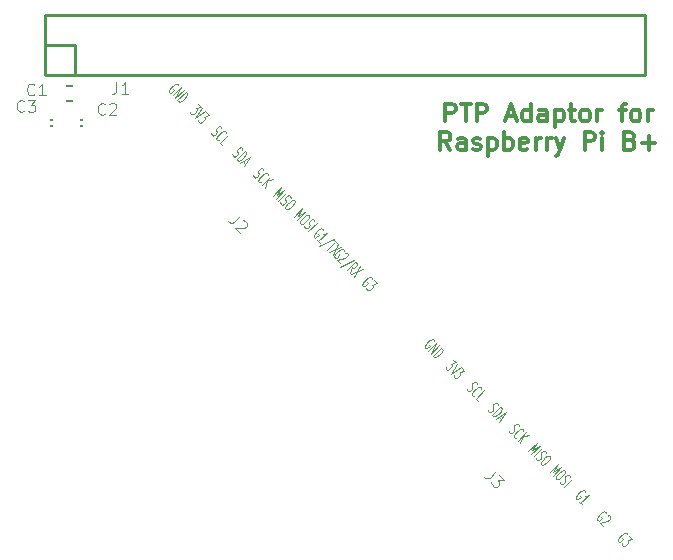
<source format=gto>
%FSLAX46Y46*%
G04 Gerber Fmt 4.6, Leading zero omitted, Abs format (unit mm)*
G04 Created by KiCad (PCBNEW (2014-08-29 BZR 5106)-product) date Fri 05 Sep 2014 06:56:24 PM PDT*
%MOMM*%
G01*
G04 APERTURE LIST*
%ADD10C,0.100000*%
%ADD11C,0.300000*%
%ADD12C,0.127000*%
%ADD13C,0.254000*%
%ADD14C,6.352400*%
%ADD15R,1.452880X1.651000*%
%ADD16R,0.952500X0.850900*%
%ADD17R,1.879600X1.879600*%
%ADD18O,1.879600X1.879600*%
%ADD19C,1.676400*%
G04 APERTURE END LIST*
D10*
D11*
X135466429Y-86473571D02*
X135466429Y-84973571D01*
X136037857Y-84973571D01*
X136180715Y-85045000D01*
X136252143Y-85116429D01*
X136323572Y-85259286D01*
X136323572Y-85473571D01*
X136252143Y-85616429D01*
X136180715Y-85687857D01*
X136037857Y-85759286D01*
X135466429Y-85759286D01*
X136752143Y-84973571D02*
X137609286Y-84973571D01*
X137180715Y-86473571D02*
X137180715Y-84973571D01*
X138109286Y-86473571D02*
X138109286Y-84973571D01*
X138680714Y-84973571D01*
X138823572Y-85045000D01*
X138895000Y-85116429D01*
X138966429Y-85259286D01*
X138966429Y-85473571D01*
X138895000Y-85616429D01*
X138823572Y-85687857D01*
X138680714Y-85759286D01*
X138109286Y-85759286D01*
X140680714Y-86045000D02*
X141395000Y-86045000D01*
X140537857Y-86473571D02*
X141037857Y-84973571D01*
X141537857Y-86473571D01*
X142680714Y-86473571D02*
X142680714Y-84973571D01*
X142680714Y-86402143D02*
X142537857Y-86473571D01*
X142252143Y-86473571D01*
X142109285Y-86402143D01*
X142037857Y-86330714D01*
X141966428Y-86187857D01*
X141966428Y-85759286D01*
X142037857Y-85616429D01*
X142109285Y-85545000D01*
X142252143Y-85473571D01*
X142537857Y-85473571D01*
X142680714Y-85545000D01*
X144037857Y-86473571D02*
X144037857Y-85687857D01*
X143966428Y-85545000D01*
X143823571Y-85473571D01*
X143537857Y-85473571D01*
X143395000Y-85545000D01*
X144037857Y-86402143D02*
X143895000Y-86473571D01*
X143537857Y-86473571D01*
X143395000Y-86402143D01*
X143323571Y-86259286D01*
X143323571Y-86116429D01*
X143395000Y-85973571D01*
X143537857Y-85902143D01*
X143895000Y-85902143D01*
X144037857Y-85830714D01*
X144752143Y-85473571D02*
X144752143Y-86973571D01*
X144752143Y-85545000D02*
X144895000Y-85473571D01*
X145180714Y-85473571D01*
X145323571Y-85545000D01*
X145395000Y-85616429D01*
X145466429Y-85759286D01*
X145466429Y-86187857D01*
X145395000Y-86330714D01*
X145323571Y-86402143D01*
X145180714Y-86473571D01*
X144895000Y-86473571D01*
X144752143Y-86402143D01*
X145895000Y-85473571D02*
X146466429Y-85473571D01*
X146109286Y-84973571D02*
X146109286Y-86259286D01*
X146180714Y-86402143D01*
X146323572Y-86473571D01*
X146466429Y-86473571D01*
X147180715Y-86473571D02*
X147037857Y-86402143D01*
X146966429Y-86330714D01*
X146895000Y-86187857D01*
X146895000Y-85759286D01*
X146966429Y-85616429D01*
X147037857Y-85545000D01*
X147180715Y-85473571D01*
X147395000Y-85473571D01*
X147537857Y-85545000D01*
X147609286Y-85616429D01*
X147680715Y-85759286D01*
X147680715Y-86187857D01*
X147609286Y-86330714D01*
X147537857Y-86402143D01*
X147395000Y-86473571D01*
X147180715Y-86473571D01*
X148323572Y-86473571D02*
X148323572Y-85473571D01*
X148323572Y-85759286D02*
X148395000Y-85616429D01*
X148466429Y-85545000D01*
X148609286Y-85473571D01*
X148752143Y-85473571D01*
X150180714Y-85473571D02*
X150752143Y-85473571D01*
X150395000Y-86473571D02*
X150395000Y-85187857D01*
X150466428Y-85045000D01*
X150609286Y-84973571D01*
X150752143Y-84973571D01*
X151466429Y-86473571D02*
X151323571Y-86402143D01*
X151252143Y-86330714D01*
X151180714Y-86187857D01*
X151180714Y-85759286D01*
X151252143Y-85616429D01*
X151323571Y-85545000D01*
X151466429Y-85473571D01*
X151680714Y-85473571D01*
X151823571Y-85545000D01*
X151895000Y-85616429D01*
X151966429Y-85759286D01*
X151966429Y-86187857D01*
X151895000Y-86330714D01*
X151823571Y-86402143D01*
X151680714Y-86473571D01*
X151466429Y-86473571D01*
X152609286Y-86473571D02*
X152609286Y-85473571D01*
X152609286Y-85759286D02*
X152680714Y-85616429D01*
X152752143Y-85545000D01*
X152895000Y-85473571D01*
X153037857Y-85473571D01*
X135895001Y-88873571D02*
X135395001Y-88159286D01*
X135037858Y-88873571D02*
X135037858Y-87373571D01*
X135609286Y-87373571D01*
X135752144Y-87445000D01*
X135823572Y-87516429D01*
X135895001Y-87659286D01*
X135895001Y-87873571D01*
X135823572Y-88016429D01*
X135752144Y-88087857D01*
X135609286Y-88159286D01*
X135037858Y-88159286D01*
X137180715Y-88873571D02*
X137180715Y-88087857D01*
X137109286Y-87945000D01*
X136966429Y-87873571D01*
X136680715Y-87873571D01*
X136537858Y-87945000D01*
X137180715Y-88802143D02*
X137037858Y-88873571D01*
X136680715Y-88873571D01*
X136537858Y-88802143D01*
X136466429Y-88659286D01*
X136466429Y-88516429D01*
X136537858Y-88373571D01*
X136680715Y-88302143D01*
X137037858Y-88302143D01*
X137180715Y-88230714D01*
X137823572Y-88802143D02*
X137966429Y-88873571D01*
X138252144Y-88873571D01*
X138395001Y-88802143D01*
X138466429Y-88659286D01*
X138466429Y-88587857D01*
X138395001Y-88445000D01*
X138252144Y-88373571D01*
X138037858Y-88373571D01*
X137895001Y-88302143D01*
X137823572Y-88159286D01*
X137823572Y-88087857D01*
X137895001Y-87945000D01*
X138037858Y-87873571D01*
X138252144Y-87873571D01*
X138395001Y-87945000D01*
X139109287Y-87873571D02*
X139109287Y-89373571D01*
X139109287Y-87945000D02*
X139252144Y-87873571D01*
X139537858Y-87873571D01*
X139680715Y-87945000D01*
X139752144Y-88016429D01*
X139823573Y-88159286D01*
X139823573Y-88587857D01*
X139752144Y-88730714D01*
X139680715Y-88802143D01*
X139537858Y-88873571D01*
X139252144Y-88873571D01*
X139109287Y-88802143D01*
X140466430Y-88873571D02*
X140466430Y-87373571D01*
X140466430Y-87945000D02*
X140609287Y-87873571D01*
X140895001Y-87873571D01*
X141037858Y-87945000D01*
X141109287Y-88016429D01*
X141180716Y-88159286D01*
X141180716Y-88587857D01*
X141109287Y-88730714D01*
X141037858Y-88802143D01*
X140895001Y-88873571D01*
X140609287Y-88873571D01*
X140466430Y-88802143D01*
X142395001Y-88802143D02*
X142252144Y-88873571D01*
X141966430Y-88873571D01*
X141823573Y-88802143D01*
X141752144Y-88659286D01*
X141752144Y-88087857D01*
X141823573Y-87945000D01*
X141966430Y-87873571D01*
X142252144Y-87873571D01*
X142395001Y-87945000D01*
X142466430Y-88087857D01*
X142466430Y-88230714D01*
X141752144Y-88373571D01*
X143109287Y-88873571D02*
X143109287Y-87873571D01*
X143109287Y-88159286D02*
X143180715Y-88016429D01*
X143252144Y-87945000D01*
X143395001Y-87873571D01*
X143537858Y-87873571D01*
X144037858Y-88873571D02*
X144037858Y-87873571D01*
X144037858Y-88159286D02*
X144109286Y-88016429D01*
X144180715Y-87945000D01*
X144323572Y-87873571D01*
X144466429Y-87873571D01*
X144823572Y-87873571D02*
X145180715Y-88873571D01*
X145537857Y-87873571D02*
X145180715Y-88873571D01*
X145037857Y-89230714D01*
X144966429Y-89302143D01*
X144823572Y-89373571D01*
X147252143Y-88873571D02*
X147252143Y-87373571D01*
X147823571Y-87373571D01*
X147966429Y-87445000D01*
X148037857Y-87516429D01*
X148109286Y-87659286D01*
X148109286Y-87873571D01*
X148037857Y-88016429D01*
X147966429Y-88087857D01*
X147823571Y-88159286D01*
X147252143Y-88159286D01*
X148752143Y-88873571D02*
X148752143Y-87873571D01*
X148752143Y-87373571D02*
X148680714Y-87445000D01*
X148752143Y-87516429D01*
X148823571Y-87445000D01*
X148752143Y-87373571D01*
X148752143Y-87516429D01*
X151109286Y-88087857D02*
X151323572Y-88159286D01*
X151395000Y-88230714D01*
X151466429Y-88373571D01*
X151466429Y-88587857D01*
X151395000Y-88730714D01*
X151323572Y-88802143D01*
X151180714Y-88873571D01*
X150609286Y-88873571D01*
X150609286Y-87373571D01*
X151109286Y-87373571D01*
X151252143Y-87445000D01*
X151323572Y-87516429D01*
X151395000Y-87659286D01*
X151395000Y-87802143D01*
X151323572Y-87945000D01*
X151252143Y-88016429D01*
X151109286Y-88087857D01*
X150609286Y-88087857D01*
X152109286Y-88302143D02*
X153252143Y-88302143D01*
X152680714Y-88873571D02*
X152680714Y-87730714D01*
D12*
X102997000Y-84709000D02*
X102997000Y-83439000D01*
X104267000Y-84709000D02*
X104267000Y-83464400D01*
X104648000Y-84709000D02*
X102616000Y-84709000D01*
X102616000Y-84709000D02*
X102616000Y-83439000D01*
X102616000Y-83439000D02*
X104648000Y-83439000D01*
X104648000Y-83439000D02*
X104648000Y-84709000D01*
X104317800Y-86893400D02*
X104317800Y-86334600D01*
X104978200Y-86893400D02*
X104978200Y-86334600D01*
X105181400Y-86893400D02*
X105181400Y-86334600D01*
X105181400Y-86334600D02*
X104114600Y-86334600D01*
X104114600Y-86334600D02*
X104114600Y-86893400D01*
X104114600Y-86893400D02*
X105181400Y-86893400D01*
X102438200Y-86334600D02*
X102438200Y-86893400D01*
X101777800Y-86334600D02*
X101777800Y-86893400D01*
X101574600Y-86334600D02*
X101574600Y-86893400D01*
X101574600Y-86893400D02*
X102641400Y-86893400D01*
X102641400Y-86893400D02*
X102641400Y-86334600D01*
X102641400Y-86334600D02*
X101574600Y-86334600D01*
D13*
X152400000Y-77470000D02*
X101600000Y-77470000D01*
X104140000Y-82550000D02*
X152400000Y-82550000D01*
X152400000Y-77470000D02*
X152400000Y-82550000D01*
X101600000Y-77470000D02*
X101600000Y-80010000D01*
X101600000Y-82550000D02*
X104140000Y-82550000D01*
X101600000Y-80010000D02*
X104140000Y-80010000D01*
X104140000Y-80010000D02*
X104140000Y-82550000D01*
X101600000Y-82550000D02*
X101600000Y-80010000D01*
D10*
X100671334Y-84177143D02*
X100623715Y-84224762D01*
X100480858Y-84272381D01*
X100385620Y-84272381D01*
X100242762Y-84224762D01*
X100147524Y-84129524D01*
X100099905Y-84034286D01*
X100052286Y-83843810D01*
X100052286Y-83700952D01*
X100099905Y-83510476D01*
X100147524Y-83415238D01*
X100242762Y-83320000D01*
X100385620Y-83272381D01*
X100480858Y-83272381D01*
X100623715Y-83320000D01*
X100671334Y-83367619D01*
X101623715Y-84272381D02*
X101052286Y-84272381D01*
X101338000Y-84272381D02*
X101338000Y-83272381D01*
X101242762Y-83415238D01*
X101147524Y-83510476D01*
X101052286Y-83558095D01*
X106640334Y-85828143D02*
X106592715Y-85875762D01*
X106449858Y-85923381D01*
X106354620Y-85923381D01*
X106211762Y-85875762D01*
X106116524Y-85780524D01*
X106068905Y-85685286D01*
X106021286Y-85494810D01*
X106021286Y-85351952D01*
X106068905Y-85161476D01*
X106116524Y-85066238D01*
X106211762Y-84971000D01*
X106354620Y-84923381D01*
X106449858Y-84923381D01*
X106592715Y-84971000D01*
X106640334Y-85018619D01*
X107021286Y-85018619D02*
X107068905Y-84971000D01*
X107164143Y-84923381D01*
X107402239Y-84923381D01*
X107497477Y-84971000D01*
X107545096Y-85018619D01*
X107592715Y-85113857D01*
X107592715Y-85209095D01*
X107545096Y-85351952D01*
X106973667Y-85923381D01*
X107592715Y-85923381D01*
X99782334Y-85574143D02*
X99734715Y-85621762D01*
X99591858Y-85669381D01*
X99496620Y-85669381D01*
X99353762Y-85621762D01*
X99258524Y-85526524D01*
X99210905Y-85431286D01*
X99163286Y-85240810D01*
X99163286Y-85097952D01*
X99210905Y-84907476D01*
X99258524Y-84812238D01*
X99353762Y-84717000D01*
X99496620Y-84669381D01*
X99591858Y-84669381D01*
X99734715Y-84717000D01*
X99782334Y-84764619D01*
X100115667Y-84669381D02*
X100734715Y-84669381D01*
X100401381Y-85050333D01*
X100544239Y-85050333D01*
X100639477Y-85097952D01*
X100687096Y-85145571D01*
X100734715Y-85240810D01*
X100734715Y-85478905D01*
X100687096Y-85574143D01*
X100639477Y-85621762D01*
X100544239Y-85669381D01*
X100258524Y-85669381D01*
X100163286Y-85621762D01*
X100115667Y-85574143D01*
X107616667Y-83145381D02*
X107616667Y-83859667D01*
X107569047Y-84002524D01*
X107473809Y-84097762D01*
X107330952Y-84145381D01*
X107235714Y-84145381D01*
X108616667Y-84145381D02*
X108045238Y-84145381D01*
X108330952Y-84145381D02*
X108330952Y-83145381D01*
X108235714Y-83288238D01*
X108140476Y-83383476D01*
X108045238Y-83431095D01*
X118065672Y-94492724D02*
X117560596Y-94997800D01*
X117425908Y-95065143D01*
X117291221Y-95065143D01*
X117156534Y-94997800D01*
X117089191Y-94930456D01*
X118301374Y-94863113D02*
X118368718Y-94863113D01*
X118469733Y-94896784D01*
X118638092Y-95065144D01*
X118671764Y-95166159D01*
X118671764Y-95233502D01*
X118638092Y-95334518D01*
X118570749Y-95401861D01*
X118436062Y-95469204D01*
X117627939Y-95469204D01*
X118065672Y-95906937D01*
X129230080Y-99797506D02*
X129226713Y-99726795D01*
X129171154Y-99671237D01*
X129081924Y-99649350D01*
X128977542Y-99679655D01*
X128891678Y-99728478D01*
X128738472Y-99844646D01*
X128637457Y-99945662D01*
X128521289Y-100098868D01*
X128472465Y-100184731D01*
X128442161Y-100289114D01*
X128464047Y-100378343D01*
X128501086Y-100415382D01*
X128590317Y-100437269D01*
X128642507Y-100422117D01*
X128878209Y-100186415D01*
X128804132Y-100112337D01*
X129411907Y-99911990D02*
X129652660Y-100152743D01*
X129253650Y-100292480D01*
X129309209Y-100348039D01*
X129312576Y-100418750D01*
X129297423Y-100470940D01*
X129248599Y-100556804D01*
X129080240Y-100725163D01*
X128994377Y-100773987D01*
X128942186Y-100789139D01*
X128871476Y-100785772D01*
X128760359Y-100674655D01*
X128756992Y-100603944D01*
X128772143Y-100551753D01*
X126850666Y-97418092D02*
X126847299Y-97347381D01*
X126791740Y-97291823D01*
X126702510Y-97269936D01*
X126598128Y-97300241D01*
X126512264Y-97349064D01*
X126359058Y-97465232D01*
X126258042Y-97566248D01*
X126141875Y-97719454D01*
X126093051Y-97805317D01*
X126062747Y-97909700D01*
X126084633Y-97998929D01*
X126121672Y-98035968D01*
X126210902Y-98057855D01*
X126263093Y-98042703D01*
X126498795Y-97807001D01*
X126424717Y-97732923D01*
X126983669Y-97618439D02*
X127035860Y-97603286D01*
X127106571Y-97606653D01*
X127199168Y-97699251D01*
X127202536Y-97769962D01*
X127187383Y-97822153D01*
X127138559Y-97908016D01*
X127071216Y-97975359D01*
X126951681Y-98057855D01*
X126325386Y-98239682D01*
X126566139Y-98480436D01*
X127751386Y-98184125D02*
X126508898Y-98759911D01*
X127362476Y-99276772D02*
X127569558Y-98810419D01*
X127140242Y-99054539D02*
X127847349Y-98347432D01*
X127995505Y-98495588D01*
X127998872Y-98566298D01*
X127983720Y-98618490D01*
X127934896Y-98704353D01*
X127833881Y-98805368D01*
X127748018Y-98854192D01*
X127695827Y-98869344D01*
X127625116Y-98865977D01*
X127476960Y-98717821D01*
X128199219Y-98699302D02*
X127751385Y-99665681D01*
X128458492Y-98958574D02*
X127492112Y-99406408D01*
X125100912Y-95668340D02*
X125097545Y-95597629D01*
X125041986Y-95542070D01*
X124952756Y-95520184D01*
X124848374Y-95550488D01*
X124762511Y-95599312D01*
X124609305Y-95715480D01*
X124508289Y-95816495D01*
X124392121Y-95969701D01*
X124343298Y-96055565D01*
X124312993Y-96159947D01*
X124334880Y-96249177D01*
X124371918Y-96286216D01*
X124461149Y-96308103D01*
X124513340Y-96292950D01*
X124749042Y-96057248D01*
X124674964Y-95983170D01*
X124816386Y-96730683D02*
X124594152Y-96508450D01*
X124705269Y-96619566D02*
X125412376Y-95912460D01*
X125274322Y-95976436D01*
X125169939Y-96006740D01*
X125099229Y-96003373D01*
X126001632Y-96434372D02*
X124759144Y-97010159D01*
X126042038Y-96542121D02*
X126264271Y-96764355D01*
X125446048Y-97360345D02*
X126153154Y-96653238D01*
X126356868Y-96856952D02*
X125909034Y-97823332D01*
X126616141Y-97116225D02*
X125649762Y-97564059D01*
X122640686Y-94554983D02*
X123347793Y-93847876D01*
X122972353Y-94482590D01*
X123607065Y-94107149D01*
X122899959Y-94814256D01*
X123866337Y-94366421D02*
X123940415Y-94440499D01*
X123943783Y-94511210D01*
X123913478Y-94615592D01*
X123797311Y-94768799D01*
X123561608Y-95004502D01*
X123408402Y-95120669D01*
X123304019Y-95150973D01*
X123233308Y-95147606D01*
X123159231Y-95073528D01*
X123155863Y-95002817D01*
X123186168Y-94898435D01*
X123302336Y-94745229D01*
X123538038Y-94509526D01*
X123691244Y-94393358D01*
X123795627Y-94363054D01*
X123866337Y-94366421D01*
X123507733Y-95354687D02*
X123529619Y-95443917D01*
X123622217Y-95536515D01*
X123692928Y-95539882D01*
X123745119Y-95524729D01*
X123830982Y-95475906D01*
X123898325Y-95408562D01*
X123947149Y-95322699D01*
X123962302Y-95270508D01*
X123958935Y-95199797D01*
X123918529Y-95092047D01*
X123915162Y-95021336D01*
X123930314Y-94969145D01*
X123979138Y-94883282D01*
X124046481Y-94815939D01*
X124132344Y-94767115D01*
X124184535Y-94751963D01*
X124255246Y-94755330D01*
X124347843Y-94847927D01*
X124369730Y-94937157D01*
X123862970Y-95777267D02*
X124570077Y-95070161D01*
X120844635Y-92758931D02*
X121551742Y-92051824D01*
X121176302Y-92686538D01*
X121811014Y-92311097D01*
X121103908Y-93018204D01*
X121289102Y-93203398D02*
X121996208Y-92496291D01*
X121489449Y-93336402D02*
X121511335Y-93425632D01*
X121603933Y-93518230D01*
X121674644Y-93521597D01*
X121726835Y-93506444D01*
X121812698Y-93457621D01*
X121880041Y-93390277D01*
X121928865Y-93304414D01*
X121944018Y-93252223D01*
X121940651Y-93181512D01*
X121900245Y-93073762D01*
X121896878Y-93003051D01*
X121912029Y-92950860D01*
X121960854Y-92864997D01*
X122028197Y-92797654D01*
X122114060Y-92748829D01*
X122166251Y-92733678D01*
X122236962Y-92737045D01*
X122329559Y-92829642D01*
X122351446Y-92918872D01*
X122625871Y-93125954D02*
X122699949Y-93200031D01*
X122703316Y-93270742D01*
X122673011Y-93375125D01*
X122556844Y-93528331D01*
X122321142Y-93764034D01*
X122167935Y-93880201D01*
X122063553Y-93910505D01*
X121992842Y-93907138D01*
X121918764Y-93833060D01*
X121915397Y-93762350D01*
X121945701Y-93657967D01*
X122061869Y-93504761D01*
X122297572Y-93269059D01*
X122450778Y-93152891D01*
X122555160Y-93122586D01*
X122625871Y-93125954D01*
X119193372Y-91040325D02*
X119215259Y-91129555D01*
X119307857Y-91222153D01*
X119378567Y-91225520D01*
X119430758Y-91210368D01*
X119516621Y-91161544D01*
X119583965Y-91094201D01*
X119632788Y-91008337D01*
X119647941Y-90956146D01*
X119644574Y-90885435D01*
X119604168Y-90777685D01*
X119600801Y-90706975D01*
X119615953Y-90654783D01*
X119664777Y-90568921D01*
X119732121Y-90501577D01*
X119817983Y-90452753D01*
X119870175Y-90437601D01*
X119940885Y-90440968D01*
X120033482Y-90533565D01*
X120055370Y-90622796D01*
X119838187Y-91617796D02*
X119785996Y-91632949D01*
X119696765Y-91611062D01*
X119659726Y-91574023D01*
X119637840Y-91484793D01*
X119668144Y-91380410D01*
X119716968Y-91294547D01*
X119833136Y-91141341D01*
X119934152Y-91040325D01*
X120087358Y-90924158D01*
X120173221Y-90875334D01*
X120277603Y-90845030D01*
X120366833Y-90866916D01*
X120403872Y-90903955D01*
X120425759Y-90993185D01*
X120410607Y-91045376D01*
X119937518Y-91851815D02*
X120644625Y-91144708D01*
X120159752Y-92074048D02*
X120397138Y-91503312D01*
X120866859Y-91366942D02*
X120240564Y-91548769D01*
X117425100Y-89272054D02*
X117446986Y-89361284D01*
X117539584Y-89453881D01*
X117610295Y-89457249D01*
X117662485Y-89442096D01*
X117748349Y-89393272D01*
X117815692Y-89325929D01*
X117864516Y-89240066D01*
X117879668Y-89187875D01*
X117876302Y-89117163D01*
X117835896Y-89009414D01*
X117832528Y-88938703D01*
X117847680Y-88886512D01*
X117896505Y-88800649D01*
X117963848Y-88733306D01*
X118049711Y-88684481D01*
X118101902Y-88669329D01*
X118172613Y-88672697D01*
X118265210Y-88765294D01*
X118287097Y-88854524D01*
X117780337Y-89694634D02*
X118487444Y-88987527D01*
X118580041Y-89080125D01*
X118601928Y-89169355D01*
X118571623Y-89273737D01*
X118522800Y-89359601D01*
X118406632Y-89512807D01*
X118305616Y-89613822D01*
X118152410Y-89729990D01*
X118066547Y-89778814D01*
X117962164Y-89809118D01*
X117872935Y-89787232D01*
X117780337Y-89694634D01*
X118352757Y-89862993D02*
X118537952Y-90048188D01*
X118113687Y-90027985D02*
X118950430Y-89450514D01*
X118372960Y-90287258D01*
X115638308Y-87485262D02*
X115660195Y-87574492D01*
X115752793Y-87667090D01*
X115823503Y-87670457D01*
X115875694Y-87655305D01*
X115961557Y-87606481D01*
X116028901Y-87539137D01*
X116077724Y-87453274D01*
X116092877Y-87401083D01*
X116089510Y-87330372D01*
X116049104Y-87222622D01*
X116045737Y-87151912D01*
X116060889Y-87099720D01*
X116109713Y-87013858D01*
X116177057Y-86946514D01*
X116262919Y-86897690D01*
X116315111Y-86882538D01*
X116385821Y-86885905D01*
X116478418Y-86978502D01*
X116500306Y-87067733D01*
X116283123Y-88062733D02*
X116230932Y-88077886D01*
X116141701Y-88055999D01*
X116104662Y-88018960D01*
X116082776Y-87929730D01*
X116113080Y-87825347D01*
X116161904Y-87739484D01*
X116278072Y-87586278D01*
X116379088Y-87485262D01*
X116532294Y-87369095D01*
X116618157Y-87320271D01*
X116722539Y-87289966D01*
X116811769Y-87311853D01*
X116848808Y-87348892D01*
X116870695Y-87438122D01*
X116855543Y-87490313D01*
X116567649Y-88481946D02*
X116382454Y-88296751D01*
X117089561Y-87589645D01*
X114497173Y-84997255D02*
X114737926Y-85238009D01*
X114338916Y-85377746D01*
X114394475Y-85433305D01*
X114397842Y-85504016D01*
X114382689Y-85556206D01*
X114333865Y-85642070D01*
X114165506Y-85810429D01*
X114079643Y-85859253D01*
X114027452Y-85874405D01*
X113956742Y-85871038D01*
X113845625Y-85759921D01*
X113842257Y-85689210D01*
X113857409Y-85637019D01*
X114849043Y-85349126D02*
X114271572Y-86185869D01*
X115108316Y-85608399D01*
X115200913Y-85700996D02*
X115441666Y-85941749D01*
X115042656Y-86081486D01*
X115098215Y-86137045D01*
X115101582Y-86207756D01*
X115086429Y-86259947D01*
X115037605Y-86345811D01*
X114869247Y-86514169D01*
X114783383Y-86562993D01*
X114731192Y-86578145D01*
X114660482Y-86574778D01*
X114549365Y-86463661D01*
X114545998Y-86392951D01*
X114561150Y-86340759D01*
X112852645Y-83420072D02*
X112849278Y-83349361D01*
X112793719Y-83293802D01*
X112704490Y-83271916D01*
X112600107Y-83302220D01*
X112514244Y-83351044D01*
X112361038Y-83467212D01*
X112260022Y-83568227D01*
X112143854Y-83721433D01*
X112095031Y-83807297D01*
X112064726Y-83911679D01*
X112086613Y-84000909D01*
X112123652Y-84037948D01*
X112212882Y-84059835D01*
X112265073Y-84044682D01*
X112500775Y-83808980D01*
X112426697Y-83734902D01*
X112364404Y-84278701D02*
X113071511Y-83571594D01*
X112586638Y-84500935D01*
X113293745Y-83793828D01*
X112771832Y-84686129D02*
X113478939Y-83979022D01*
X113571537Y-84071620D01*
X113593423Y-84160849D01*
X113563119Y-84265232D01*
X113514295Y-84351095D01*
X113398127Y-84504301D01*
X113297112Y-84605317D01*
X113143906Y-84721485D01*
X113058042Y-84770308D01*
X112953660Y-84800613D01*
X112864430Y-84778726D01*
X112771832Y-84686129D01*
X139706472Y-116133524D02*
X139201396Y-116638600D01*
X139066708Y-116705943D01*
X138932021Y-116705943D01*
X138797334Y-116638600D01*
X138729991Y-116571256D01*
X139975846Y-116402898D02*
X140413579Y-116840631D01*
X139908502Y-116874302D01*
X140009518Y-116975318D01*
X140043190Y-117076333D01*
X140043190Y-117143676D01*
X140009518Y-117244692D01*
X139841159Y-117413051D01*
X139740144Y-117446722D01*
X139672800Y-117446722D01*
X139571785Y-117413051D01*
X139369754Y-117211020D01*
X139336082Y-117110004D01*
X139336082Y-117042661D01*
X150870880Y-121438306D02*
X150867513Y-121367595D01*
X150811954Y-121312037D01*
X150722724Y-121290150D01*
X150618342Y-121320455D01*
X150532478Y-121369278D01*
X150379272Y-121485446D01*
X150278257Y-121586462D01*
X150162089Y-121739668D01*
X150113265Y-121825531D01*
X150082961Y-121929914D01*
X150104847Y-122019143D01*
X150141886Y-122056182D01*
X150231117Y-122078069D01*
X150283307Y-122062917D01*
X150519009Y-121827215D01*
X150444932Y-121753137D01*
X151052707Y-121552790D02*
X151293460Y-121793543D01*
X150894450Y-121933280D01*
X150950009Y-121988839D01*
X150953376Y-122059550D01*
X150938223Y-122111740D01*
X150889399Y-122197604D01*
X150721040Y-122365963D01*
X150635177Y-122414787D01*
X150582986Y-122429939D01*
X150512276Y-122426572D01*
X150401159Y-122315455D01*
X150397792Y-122244744D01*
X150412943Y-122192553D01*
X149074829Y-119642255D02*
X149071462Y-119571544D01*
X149015903Y-119515986D01*
X148926673Y-119494099D01*
X148822291Y-119524404D01*
X148736427Y-119573227D01*
X148583221Y-119689395D01*
X148482206Y-119790411D01*
X148366038Y-119943617D01*
X148317214Y-120029480D01*
X148286910Y-120133863D01*
X148308796Y-120223092D01*
X148345835Y-120260131D01*
X148435066Y-120282018D01*
X148487256Y-120266866D01*
X148722958Y-120031164D01*
X148648881Y-119957086D01*
X149207832Y-119842602D02*
X149260023Y-119827449D01*
X149330734Y-119830816D01*
X149423331Y-119923414D01*
X149426699Y-119994125D01*
X149411546Y-120046316D01*
X149362722Y-120132179D01*
X149295379Y-120199522D01*
X149175844Y-120282018D01*
X148549549Y-120463845D01*
X148790303Y-120704599D01*
X147278777Y-117846204D02*
X147275410Y-117775493D01*
X147219851Y-117719935D01*
X147130621Y-117698048D01*
X147026239Y-117728353D01*
X146940375Y-117777176D01*
X146787169Y-117893344D01*
X146686154Y-117994360D01*
X146569986Y-118147566D01*
X146521162Y-118233429D01*
X146490858Y-118337812D01*
X146512744Y-118427041D01*
X146549783Y-118464080D01*
X146639014Y-118485967D01*
X146691204Y-118470815D01*
X146926906Y-118235113D01*
X146852829Y-118161035D01*
X146994251Y-118908548D02*
X146772017Y-118686314D01*
X146883134Y-118797431D02*
X147590240Y-118090324D01*
X147452186Y-118154300D01*
X147347804Y-118184605D01*
X147277093Y-118181238D01*
X144281486Y-116195783D02*
X144988593Y-115488676D01*
X144613153Y-116123390D01*
X145247865Y-115747949D01*
X144540759Y-116455056D01*
X145507137Y-116007221D02*
X145581215Y-116081299D01*
X145584583Y-116152010D01*
X145554278Y-116256392D01*
X145438111Y-116409599D01*
X145202408Y-116645302D01*
X145049202Y-116761469D01*
X144944819Y-116791773D01*
X144874108Y-116788406D01*
X144800031Y-116714328D01*
X144796663Y-116643617D01*
X144826968Y-116539235D01*
X144943136Y-116386029D01*
X145178838Y-116150326D01*
X145332044Y-116034158D01*
X145436427Y-116003854D01*
X145507137Y-116007221D01*
X145148533Y-116995487D02*
X145170419Y-117084717D01*
X145263017Y-117177315D01*
X145333728Y-117180682D01*
X145385919Y-117165529D01*
X145471782Y-117116706D01*
X145539125Y-117049362D01*
X145587949Y-116963499D01*
X145603102Y-116911308D01*
X145599735Y-116840597D01*
X145559329Y-116732847D01*
X145555962Y-116662136D01*
X145571114Y-116609945D01*
X145619938Y-116524082D01*
X145687281Y-116456739D01*
X145773144Y-116407915D01*
X145825335Y-116392763D01*
X145896046Y-116396130D01*
X145988643Y-116488727D01*
X146010530Y-116577957D01*
X145503770Y-117418067D02*
X146210877Y-116710961D01*
X142485435Y-114399731D02*
X143192542Y-113692624D01*
X142817102Y-114327338D01*
X143451814Y-113951897D01*
X142744708Y-114659004D01*
X142929902Y-114844198D02*
X143637008Y-114137091D01*
X143130249Y-114977202D02*
X143152135Y-115066432D01*
X143244733Y-115159030D01*
X143315444Y-115162397D01*
X143367635Y-115147244D01*
X143453498Y-115098421D01*
X143520841Y-115031077D01*
X143569665Y-114945214D01*
X143584818Y-114893023D01*
X143581451Y-114822312D01*
X143541045Y-114714562D01*
X143537678Y-114643851D01*
X143552829Y-114591660D01*
X143601654Y-114505797D01*
X143668997Y-114438454D01*
X143754860Y-114389629D01*
X143807051Y-114374478D01*
X143877762Y-114377845D01*
X143970359Y-114470442D01*
X143992246Y-114559672D01*
X144266671Y-114766754D02*
X144340749Y-114840831D01*
X144344116Y-114911542D01*
X144313811Y-115015925D01*
X144197644Y-115169131D01*
X143961942Y-115404834D01*
X143808735Y-115521001D01*
X143704353Y-115551305D01*
X143633642Y-115547938D01*
X143559564Y-115473860D01*
X143556197Y-115403150D01*
X143586501Y-115298767D01*
X143702669Y-115145561D01*
X143938372Y-114909859D01*
X144091578Y-114793691D01*
X144195960Y-114763386D01*
X144266671Y-114766754D01*
X140834172Y-112681125D02*
X140856059Y-112770355D01*
X140948657Y-112862953D01*
X141019367Y-112866320D01*
X141071558Y-112851168D01*
X141157421Y-112802344D01*
X141224765Y-112735001D01*
X141273588Y-112649137D01*
X141288741Y-112596946D01*
X141285374Y-112526235D01*
X141244968Y-112418485D01*
X141241601Y-112347775D01*
X141256753Y-112295583D01*
X141305577Y-112209721D01*
X141372921Y-112142377D01*
X141458783Y-112093553D01*
X141510975Y-112078401D01*
X141581685Y-112081768D01*
X141674282Y-112174365D01*
X141696170Y-112263596D01*
X141478987Y-113258596D02*
X141426796Y-113273749D01*
X141337565Y-113251862D01*
X141300526Y-113214823D01*
X141278640Y-113125593D01*
X141308944Y-113021210D01*
X141357768Y-112935347D01*
X141473936Y-112782141D01*
X141574952Y-112681125D01*
X141728158Y-112564958D01*
X141814021Y-112516134D01*
X141918403Y-112485830D01*
X142007633Y-112507716D01*
X142044672Y-112544755D01*
X142066559Y-112633985D01*
X142051407Y-112686176D01*
X141578318Y-113492615D02*
X142285425Y-112785508D01*
X141800552Y-113714848D02*
X142037938Y-113144112D01*
X142507659Y-113007742D02*
X141881364Y-113189569D01*
X139065900Y-110912854D02*
X139087786Y-111002084D01*
X139180384Y-111094681D01*
X139251095Y-111098049D01*
X139303285Y-111082896D01*
X139389149Y-111034072D01*
X139456492Y-110966729D01*
X139505316Y-110880866D01*
X139520468Y-110828675D01*
X139517102Y-110757963D01*
X139476696Y-110650214D01*
X139473328Y-110579503D01*
X139488480Y-110527312D01*
X139537305Y-110441449D01*
X139604648Y-110374106D01*
X139690511Y-110325281D01*
X139742702Y-110310129D01*
X139813413Y-110313497D01*
X139906010Y-110406094D01*
X139927897Y-110495324D01*
X139421137Y-111335434D02*
X140128244Y-110628327D01*
X140220841Y-110720925D01*
X140242728Y-110810155D01*
X140212423Y-110914537D01*
X140163600Y-111000401D01*
X140047432Y-111153607D01*
X139946416Y-111254622D01*
X139793210Y-111370790D01*
X139707347Y-111419614D01*
X139602964Y-111449918D01*
X139513735Y-111428032D01*
X139421137Y-111335434D01*
X139993557Y-111503793D02*
X140178752Y-111688988D01*
X139754487Y-111668785D02*
X140591230Y-111091314D01*
X140013760Y-111928058D01*
X137279108Y-109126062D02*
X137300995Y-109215292D01*
X137393593Y-109307890D01*
X137464303Y-109311257D01*
X137516494Y-109296105D01*
X137602357Y-109247281D01*
X137669701Y-109179937D01*
X137718524Y-109094074D01*
X137733677Y-109041883D01*
X137730310Y-108971172D01*
X137689904Y-108863422D01*
X137686537Y-108792712D01*
X137701689Y-108740520D01*
X137750513Y-108654658D01*
X137817857Y-108587314D01*
X137903719Y-108538490D01*
X137955911Y-108523338D01*
X138026621Y-108526705D01*
X138119218Y-108619302D01*
X138141106Y-108708533D01*
X137923923Y-109703533D02*
X137871732Y-109718686D01*
X137782501Y-109696799D01*
X137745462Y-109659760D01*
X137723576Y-109570530D01*
X137753880Y-109466147D01*
X137802704Y-109380284D01*
X137918872Y-109227078D01*
X138019888Y-109126062D01*
X138173094Y-109009895D01*
X138258957Y-108961071D01*
X138363339Y-108930766D01*
X138452569Y-108952653D01*
X138489608Y-108989692D01*
X138511495Y-109078922D01*
X138496343Y-109131113D01*
X138208449Y-110122746D02*
X138023254Y-109937551D01*
X138730361Y-109230445D01*
X136137973Y-106638055D02*
X136378726Y-106878809D01*
X135979716Y-107018546D01*
X136035275Y-107074105D01*
X136038642Y-107144816D01*
X136023489Y-107197006D01*
X135974665Y-107282870D01*
X135806306Y-107451229D01*
X135720443Y-107500053D01*
X135668252Y-107515205D01*
X135597542Y-107511838D01*
X135486425Y-107400721D01*
X135483057Y-107330010D01*
X135498209Y-107277819D01*
X136489843Y-106989926D02*
X135912372Y-107826669D01*
X136749116Y-107249199D01*
X136841713Y-107341796D02*
X137082466Y-107582549D01*
X136683456Y-107722286D01*
X136739015Y-107777845D01*
X136742382Y-107848556D01*
X136727229Y-107900747D01*
X136678405Y-107986611D01*
X136510047Y-108154969D01*
X136424183Y-108203793D01*
X136371992Y-108218945D01*
X136301282Y-108215578D01*
X136190165Y-108104461D01*
X136186798Y-108033751D01*
X136201950Y-107981559D01*
X134493445Y-105060872D02*
X134490078Y-104990161D01*
X134434519Y-104934602D01*
X134345290Y-104912716D01*
X134240907Y-104943020D01*
X134155044Y-104991844D01*
X134001838Y-105108012D01*
X133900822Y-105209027D01*
X133784654Y-105362233D01*
X133735831Y-105448097D01*
X133705526Y-105552479D01*
X133727413Y-105641709D01*
X133764452Y-105678748D01*
X133853682Y-105700635D01*
X133905873Y-105685482D01*
X134141575Y-105449780D01*
X134067497Y-105375702D01*
X134005204Y-105919501D02*
X134712311Y-105212394D01*
X134227438Y-106141735D01*
X134934545Y-105434628D01*
X134412632Y-106326929D02*
X135119739Y-105619822D01*
X135212337Y-105712420D01*
X135234223Y-105801649D01*
X135203919Y-105906032D01*
X135155095Y-105991895D01*
X135038927Y-106145101D01*
X134937912Y-106246117D01*
X134784706Y-106362285D01*
X134698842Y-106411108D01*
X134594460Y-106441413D01*
X134505230Y-106419526D01*
X134412632Y-106326929D01*
%LPC*%
D14*
X98044000Y-80010000D03*
X155956000Y-129032000D03*
D15*
X102679500Y-84074000D03*
X104584500Y-84074000D03*
D16*
X104099360Y-86614000D03*
X105196640Y-86614000D03*
X102656640Y-86614000D03*
X101559360Y-86614000D03*
D14*
X155956000Y-80010000D03*
D17*
X102870000Y-81280000D03*
D18*
X102870000Y-78740000D03*
X105410000Y-81280000D03*
X105410000Y-78740000D03*
X107950000Y-81280000D03*
X107950000Y-78740000D03*
X110490000Y-81280000D03*
X110490000Y-78740000D03*
X113030000Y-81280000D03*
X113030000Y-78740000D03*
X115570000Y-81280000D03*
X115570000Y-78740000D03*
X118110000Y-81280000D03*
X118110000Y-78740000D03*
X120650000Y-81280000D03*
X120650000Y-78740000D03*
X123190000Y-81280000D03*
X123190000Y-78740000D03*
X125730000Y-81280000D03*
X125730000Y-78740000D03*
X128270000Y-81280000D03*
X128270000Y-78740000D03*
X130810000Y-81280000D03*
X130810000Y-78740000D03*
X133350000Y-81280000D03*
X133350000Y-78740000D03*
X135890000Y-81280000D03*
X135890000Y-78740000D03*
X138430000Y-81280000D03*
X138430000Y-78740000D03*
X140970000Y-81280000D03*
X140970000Y-78740000D03*
X143510000Y-81280000D03*
X143510000Y-78740000D03*
X146050000Y-81280000D03*
X146050000Y-78740000D03*
X148590000Y-81280000D03*
X148590000Y-78740000D03*
X151130000Y-81280000D03*
X151130000Y-78740000D03*
D19*
X111627969Y-85237369D03*
X113424021Y-87033421D03*
X115220072Y-88829472D03*
X117016123Y-90625523D03*
X118812174Y-92421574D03*
X120608226Y-94217626D03*
X122404277Y-96013677D03*
X124200328Y-97809728D03*
X125996379Y-99605779D03*
X127792431Y-101401831D03*
X133268769Y-106878169D03*
X135064821Y-108674221D03*
X136860872Y-110470272D03*
X138656923Y-112266323D03*
X140452974Y-114062374D03*
X142249026Y-115858426D03*
X144045077Y-117654477D03*
X145841128Y-119450528D03*
X147637179Y-121246579D03*
X149433231Y-123042631D03*
M02*

</source>
